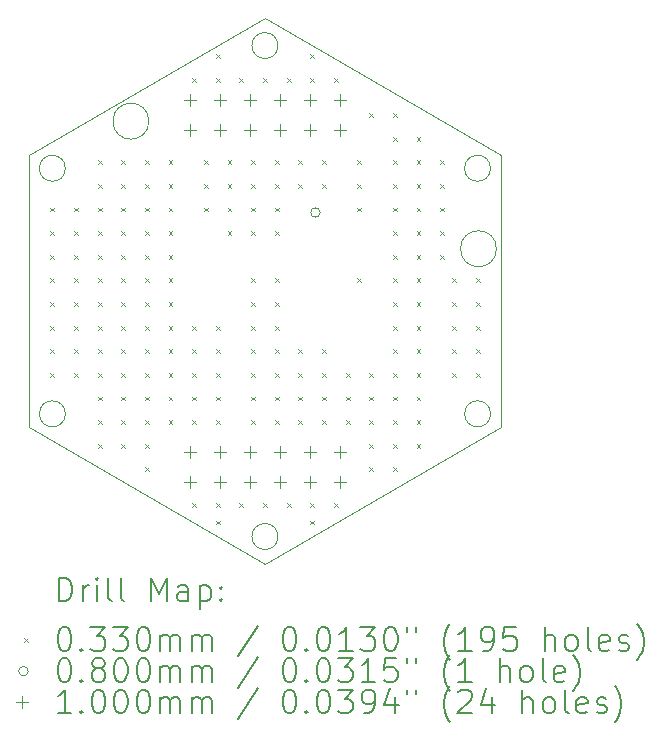
<source format=gbr>
%TF.GenerationSoftware,KiCad,Pcbnew,7.0.5*%
%TF.CreationDate,2024-01-26T22:43:13-05:00*%
%TF.ProjectId,SCD30_ADAPTER,53434433-305f-4414-9441-505445522e6b,rev?*%
%TF.SameCoordinates,Original*%
%TF.FileFunction,Drillmap*%
%TF.FilePolarity,Positive*%
%FSLAX45Y45*%
G04 Gerber Fmt 4.5, Leading zero omitted, Abs format (unit mm)*
G04 Created by KiCad (PCBNEW 7.0.5) date 2024-01-26 22:43:13*
%MOMM*%
%LPD*%
G01*
G04 APERTURE LIST*
%ADD10C,0.100000*%
%ADD11C,0.200000*%
%ADD12C,0.033020*%
%ADD13C,0.080000*%
G04 APERTURE END LIST*
D10*
X16926000Y-8971231D02*
G75*
G03*
X16926000Y-8971231I-110000J0D01*
G01*
X13016000Y-8855761D02*
X13016000Y-11165162D01*
X16926000Y-11049692D02*
G75*
G03*
X16926000Y-11049692I-110000J0D01*
G01*
X13016000Y-11165162D02*
X15016000Y-12319862D01*
X13326000Y-8971231D02*
G75*
G03*
X13326000Y-8971231I-110000J0D01*
G01*
X15016000Y-7701060D02*
X13016000Y-8855761D01*
X17016000Y-8855761D02*
X15016000Y-7701060D01*
X15126000Y-7932000D02*
G75*
G03*
X15126000Y-7932000I-110000J0D01*
G01*
X15126000Y-12088922D02*
G75*
G03*
X15126000Y-12088922I-110000J0D01*
G01*
X17016000Y-11165162D02*
X17016000Y-8855761D01*
X15016000Y-12319862D02*
X17016000Y-11165162D01*
X13326000Y-11049692D02*
G75*
G03*
X13326000Y-11049692I-110000J0D01*
G01*
X14033069Y-8571931D02*
G75*
G03*
X14033069Y-8571931I-152069J0D01*
G01*
X16976000Y-9652362D02*
G75*
G03*
X16976000Y-9652362I-152069J0D01*
G01*
D11*
D12*
X13199490Y-9303352D02*
X13232510Y-9336372D01*
X13232510Y-9303352D02*
X13199490Y-9336372D01*
X13199490Y-9503352D02*
X13232510Y-9536372D01*
X13232510Y-9503352D02*
X13199490Y-9536372D01*
X13199490Y-9703352D02*
X13232510Y-9736372D01*
X13232510Y-9703352D02*
X13199490Y-9736372D01*
X13199490Y-9903352D02*
X13232510Y-9936372D01*
X13232510Y-9903352D02*
X13199490Y-9936372D01*
X13199490Y-10103352D02*
X13232510Y-10136372D01*
X13232510Y-10103352D02*
X13199490Y-10136372D01*
X13199490Y-10303352D02*
X13232510Y-10336372D01*
X13232510Y-10303352D02*
X13199490Y-10336372D01*
X13199490Y-10503352D02*
X13232510Y-10536372D01*
X13232510Y-10503352D02*
X13199490Y-10536372D01*
X13199490Y-10703352D02*
X13232510Y-10736372D01*
X13232510Y-10703352D02*
X13199490Y-10736372D01*
X13399490Y-9303352D02*
X13432510Y-9336372D01*
X13432510Y-9303352D02*
X13399490Y-9336372D01*
X13399490Y-9503352D02*
X13432510Y-9536372D01*
X13432510Y-9503352D02*
X13399490Y-9536372D01*
X13399490Y-9703352D02*
X13432510Y-9736372D01*
X13432510Y-9703352D02*
X13399490Y-9736372D01*
X13399490Y-9903352D02*
X13432510Y-9936372D01*
X13432510Y-9903352D02*
X13399490Y-9936372D01*
X13399490Y-10103352D02*
X13432510Y-10136372D01*
X13432510Y-10103352D02*
X13399490Y-10136372D01*
X13399490Y-10303352D02*
X13432510Y-10336372D01*
X13432510Y-10303352D02*
X13399490Y-10336372D01*
X13399490Y-10503352D02*
X13432510Y-10536372D01*
X13432510Y-10503352D02*
X13399490Y-10536372D01*
X13399490Y-10703352D02*
X13432510Y-10736372D01*
X13432510Y-10703352D02*
X13399490Y-10736372D01*
X13599490Y-8903352D02*
X13632510Y-8936372D01*
X13632510Y-8903352D02*
X13599490Y-8936372D01*
X13599490Y-9103352D02*
X13632510Y-9136372D01*
X13632510Y-9103352D02*
X13599490Y-9136372D01*
X13599490Y-9303352D02*
X13632510Y-9336372D01*
X13632510Y-9303352D02*
X13599490Y-9336372D01*
X13599490Y-9503352D02*
X13632510Y-9536372D01*
X13632510Y-9503352D02*
X13599490Y-9536372D01*
X13599490Y-9703352D02*
X13632510Y-9736372D01*
X13632510Y-9703352D02*
X13599490Y-9736372D01*
X13599490Y-9903352D02*
X13632510Y-9936372D01*
X13632510Y-9903352D02*
X13599490Y-9936372D01*
X13599490Y-10103352D02*
X13632510Y-10136372D01*
X13632510Y-10103352D02*
X13599490Y-10136372D01*
X13599490Y-10303352D02*
X13632510Y-10336372D01*
X13632510Y-10303352D02*
X13599490Y-10336372D01*
X13599490Y-10503352D02*
X13632510Y-10536372D01*
X13632510Y-10503352D02*
X13599490Y-10536372D01*
X13599490Y-10703352D02*
X13632510Y-10736372D01*
X13632510Y-10703352D02*
X13599490Y-10736372D01*
X13599490Y-10903352D02*
X13632510Y-10936372D01*
X13632510Y-10903352D02*
X13599490Y-10936372D01*
X13599490Y-11103352D02*
X13632510Y-11136372D01*
X13632510Y-11103352D02*
X13599490Y-11136372D01*
X13599490Y-11303352D02*
X13632510Y-11336372D01*
X13632510Y-11303352D02*
X13599490Y-11336372D01*
X13799490Y-8903352D02*
X13832510Y-8936372D01*
X13832510Y-8903352D02*
X13799490Y-8936372D01*
X13799490Y-9103352D02*
X13832510Y-9136372D01*
X13832510Y-9103352D02*
X13799490Y-9136372D01*
X13799490Y-9303352D02*
X13832510Y-9336372D01*
X13832510Y-9303352D02*
X13799490Y-9336372D01*
X13799490Y-9503352D02*
X13832510Y-9536372D01*
X13832510Y-9503352D02*
X13799490Y-9536372D01*
X13799490Y-9703352D02*
X13832510Y-9736372D01*
X13832510Y-9703352D02*
X13799490Y-9736372D01*
X13799490Y-9903352D02*
X13832510Y-9936372D01*
X13832510Y-9903352D02*
X13799490Y-9936372D01*
X13799490Y-10103352D02*
X13832510Y-10136372D01*
X13832510Y-10103352D02*
X13799490Y-10136372D01*
X13799490Y-10303352D02*
X13832510Y-10336372D01*
X13832510Y-10303352D02*
X13799490Y-10336372D01*
X13799490Y-10503352D02*
X13832510Y-10536372D01*
X13832510Y-10503352D02*
X13799490Y-10536372D01*
X13799490Y-10703352D02*
X13832510Y-10736372D01*
X13832510Y-10703352D02*
X13799490Y-10736372D01*
X13799490Y-10903352D02*
X13832510Y-10936372D01*
X13832510Y-10903352D02*
X13799490Y-10936372D01*
X13799490Y-11103352D02*
X13832510Y-11136372D01*
X13832510Y-11103352D02*
X13799490Y-11136372D01*
X13799490Y-11303352D02*
X13832510Y-11336372D01*
X13832510Y-11303352D02*
X13799490Y-11336372D01*
X13999490Y-8903352D02*
X14032510Y-8936372D01*
X14032510Y-8903352D02*
X13999490Y-8936372D01*
X13999490Y-9103352D02*
X14032510Y-9136372D01*
X14032510Y-9103352D02*
X13999490Y-9136372D01*
X13999490Y-9303352D02*
X14032510Y-9336372D01*
X14032510Y-9303352D02*
X13999490Y-9336372D01*
X13999490Y-9503352D02*
X14032510Y-9536372D01*
X14032510Y-9503352D02*
X13999490Y-9536372D01*
X13999490Y-9703352D02*
X14032510Y-9736372D01*
X14032510Y-9703352D02*
X13999490Y-9736372D01*
X13999490Y-9903352D02*
X14032510Y-9936372D01*
X14032510Y-9903352D02*
X13999490Y-9936372D01*
X13999490Y-10103352D02*
X14032510Y-10136372D01*
X14032510Y-10103352D02*
X13999490Y-10136372D01*
X13999490Y-10303352D02*
X14032510Y-10336372D01*
X14032510Y-10303352D02*
X13999490Y-10336372D01*
X13999490Y-10503352D02*
X14032510Y-10536372D01*
X14032510Y-10503352D02*
X13999490Y-10536372D01*
X13999490Y-10703352D02*
X14032510Y-10736372D01*
X14032510Y-10703352D02*
X13999490Y-10736372D01*
X13999490Y-10903352D02*
X14032510Y-10936372D01*
X14032510Y-10903352D02*
X13999490Y-10936372D01*
X13999490Y-11103352D02*
X14032510Y-11136372D01*
X14032510Y-11103352D02*
X13999490Y-11136372D01*
X13999490Y-11303352D02*
X14032510Y-11336372D01*
X14032510Y-11303352D02*
X13999490Y-11336372D01*
X13999490Y-11503352D02*
X14032510Y-11536372D01*
X14032510Y-11503352D02*
X13999490Y-11536372D01*
X14199490Y-8903352D02*
X14232510Y-8936372D01*
X14232510Y-8903352D02*
X14199490Y-8936372D01*
X14199490Y-9103352D02*
X14232510Y-9136372D01*
X14232510Y-9103352D02*
X14199490Y-9136372D01*
X14199490Y-9303352D02*
X14232510Y-9336372D01*
X14232510Y-9303352D02*
X14199490Y-9336372D01*
X14199490Y-9503352D02*
X14232510Y-9536372D01*
X14232510Y-9503352D02*
X14199490Y-9536372D01*
X14199490Y-9703352D02*
X14232510Y-9736372D01*
X14232510Y-9703352D02*
X14199490Y-9736372D01*
X14199490Y-9903352D02*
X14232510Y-9936372D01*
X14232510Y-9903352D02*
X14199490Y-9936372D01*
X14199490Y-10103352D02*
X14232510Y-10136372D01*
X14232510Y-10103352D02*
X14199490Y-10136372D01*
X14199490Y-10303352D02*
X14232510Y-10336372D01*
X14232510Y-10303352D02*
X14199490Y-10336372D01*
X14199490Y-10503352D02*
X14232510Y-10536372D01*
X14232510Y-10503352D02*
X14199490Y-10536372D01*
X14199490Y-10703352D02*
X14232510Y-10736372D01*
X14232510Y-10703352D02*
X14199490Y-10736372D01*
X14199490Y-10903352D02*
X14232510Y-10936372D01*
X14232510Y-10903352D02*
X14199490Y-10936372D01*
X14199490Y-11103352D02*
X14232510Y-11136372D01*
X14232510Y-11103352D02*
X14199490Y-11136372D01*
X14399490Y-8203352D02*
X14432510Y-8236372D01*
X14432510Y-8203352D02*
X14399490Y-8236372D01*
X14399490Y-10303352D02*
X14432510Y-10336372D01*
X14432510Y-10303352D02*
X14399490Y-10336372D01*
X14399490Y-10503352D02*
X14432510Y-10536372D01*
X14432510Y-10503352D02*
X14399490Y-10536372D01*
X14399490Y-10703352D02*
X14432510Y-10736372D01*
X14432510Y-10703352D02*
X14399490Y-10736372D01*
X14399490Y-10903352D02*
X14432510Y-10936372D01*
X14432510Y-10903352D02*
X14399490Y-10936372D01*
X14399490Y-11103352D02*
X14432510Y-11136372D01*
X14432510Y-11103352D02*
X14399490Y-11136372D01*
X14399490Y-11803352D02*
X14432510Y-11836372D01*
X14432510Y-11803352D02*
X14399490Y-11836372D01*
X14499490Y-8903352D02*
X14532510Y-8936372D01*
X14532510Y-8903352D02*
X14499490Y-8936372D01*
X14499490Y-9103352D02*
X14532510Y-9136372D01*
X14532510Y-9103352D02*
X14499490Y-9136372D01*
X14499490Y-9303352D02*
X14532510Y-9336372D01*
X14532510Y-9303352D02*
X14499490Y-9336372D01*
X14599490Y-8003352D02*
X14632510Y-8036372D01*
X14632510Y-8003352D02*
X14599490Y-8036372D01*
X14599490Y-8203352D02*
X14632510Y-8236372D01*
X14632510Y-8203352D02*
X14599490Y-8236372D01*
X14599490Y-10303352D02*
X14632510Y-10336372D01*
X14632510Y-10303352D02*
X14599490Y-10336372D01*
X14599490Y-10503352D02*
X14632510Y-10536372D01*
X14632510Y-10503352D02*
X14599490Y-10536372D01*
X14599490Y-10703352D02*
X14632510Y-10736372D01*
X14632510Y-10703352D02*
X14599490Y-10736372D01*
X14599490Y-10903352D02*
X14632510Y-10936372D01*
X14632510Y-10903352D02*
X14599490Y-10936372D01*
X14599490Y-11103352D02*
X14632510Y-11136372D01*
X14632510Y-11103352D02*
X14599490Y-11136372D01*
X14599490Y-11803352D02*
X14632510Y-11836372D01*
X14632510Y-11803352D02*
X14599490Y-11836372D01*
X14599490Y-11953352D02*
X14632510Y-11986372D01*
X14632510Y-11953352D02*
X14599490Y-11986372D01*
X14699490Y-8903352D02*
X14732510Y-8936372D01*
X14732510Y-8903352D02*
X14699490Y-8936372D01*
X14699490Y-9103352D02*
X14732510Y-9136372D01*
X14732510Y-9103352D02*
X14699490Y-9136372D01*
X14699490Y-9303352D02*
X14732510Y-9336372D01*
X14732510Y-9303352D02*
X14699490Y-9336372D01*
X14699490Y-9503352D02*
X14732510Y-9536372D01*
X14732510Y-9503352D02*
X14699490Y-9536372D01*
X14799490Y-8203352D02*
X14832510Y-8236372D01*
X14832510Y-8203352D02*
X14799490Y-8236372D01*
X14799490Y-11803352D02*
X14832510Y-11836372D01*
X14832510Y-11803352D02*
X14799490Y-11836372D01*
X14899490Y-8903352D02*
X14932510Y-8936372D01*
X14932510Y-8903352D02*
X14899490Y-8936372D01*
X14899490Y-9103352D02*
X14932510Y-9136372D01*
X14932510Y-9103352D02*
X14899490Y-9136372D01*
X14899490Y-9303352D02*
X14932510Y-9336372D01*
X14932510Y-9303352D02*
X14899490Y-9336372D01*
X14899490Y-9503352D02*
X14932510Y-9536372D01*
X14932510Y-9503352D02*
X14899490Y-9536372D01*
X14899490Y-9903352D02*
X14932510Y-9936372D01*
X14932510Y-9903352D02*
X14899490Y-9936372D01*
X14899490Y-10103352D02*
X14932510Y-10136372D01*
X14932510Y-10103352D02*
X14899490Y-10136372D01*
X14899490Y-10303352D02*
X14932510Y-10336372D01*
X14932510Y-10303352D02*
X14899490Y-10336372D01*
X14899490Y-10503352D02*
X14932510Y-10536372D01*
X14932510Y-10503352D02*
X14899490Y-10536372D01*
X14899490Y-10703352D02*
X14932510Y-10736372D01*
X14932510Y-10703352D02*
X14899490Y-10736372D01*
X14899490Y-10903352D02*
X14932510Y-10936372D01*
X14932510Y-10903352D02*
X14899490Y-10936372D01*
X14899490Y-11103352D02*
X14932510Y-11136372D01*
X14932510Y-11103352D02*
X14899490Y-11136372D01*
X14999490Y-8203352D02*
X15032510Y-8236372D01*
X15032510Y-8203352D02*
X14999490Y-8236372D01*
X14999490Y-11803352D02*
X15032510Y-11836372D01*
X15032510Y-11803352D02*
X14999490Y-11836372D01*
X15099490Y-8903352D02*
X15132510Y-8936372D01*
X15132510Y-8903352D02*
X15099490Y-8936372D01*
X15099490Y-9103352D02*
X15132510Y-9136372D01*
X15132510Y-9103352D02*
X15099490Y-9136372D01*
X15099490Y-9303352D02*
X15132510Y-9336372D01*
X15132510Y-9303352D02*
X15099490Y-9336372D01*
X15099490Y-9503352D02*
X15132510Y-9536372D01*
X15132510Y-9503352D02*
X15099490Y-9536372D01*
X15099490Y-9903352D02*
X15132510Y-9936372D01*
X15132510Y-9903352D02*
X15099490Y-9936372D01*
X15099490Y-10103352D02*
X15132510Y-10136372D01*
X15132510Y-10103352D02*
X15099490Y-10136372D01*
X15099490Y-10303352D02*
X15132510Y-10336372D01*
X15132510Y-10303352D02*
X15099490Y-10336372D01*
X15099490Y-10503352D02*
X15132510Y-10536372D01*
X15132510Y-10503352D02*
X15099490Y-10536372D01*
X15099490Y-10703352D02*
X15132510Y-10736372D01*
X15132510Y-10703352D02*
X15099490Y-10736372D01*
X15099490Y-10903352D02*
X15132510Y-10936372D01*
X15132510Y-10903352D02*
X15099490Y-10936372D01*
X15099490Y-11103352D02*
X15132510Y-11136372D01*
X15132510Y-11103352D02*
X15099490Y-11136372D01*
X15199490Y-8203352D02*
X15232510Y-8236372D01*
X15232510Y-8203352D02*
X15199490Y-8236372D01*
X15199490Y-11803352D02*
X15232510Y-11836372D01*
X15232510Y-11803352D02*
X15199490Y-11836372D01*
X15299490Y-8903352D02*
X15332510Y-8936372D01*
X15332510Y-8903352D02*
X15299490Y-8936372D01*
X15299490Y-9103352D02*
X15332510Y-9136372D01*
X15332510Y-9103352D02*
X15299490Y-9136372D01*
X15299490Y-10503352D02*
X15332510Y-10536372D01*
X15332510Y-10503352D02*
X15299490Y-10536372D01*
X15299490Y-10703352D02*
X15332510Y-10736372D01*
X15332510Y-10703352D02*
X15299490Y-10736372D01*
X15299490Y-10903352D02*
X15332510Y-10936372D01*
X15332510Y-10903352D02*
X15299490Y-10936372D01*
X15299490Y-11103352D02*
X15332510Y-11136372D01*
X15332510Y-11103352D02*
X15299490Y-11136372D01*
X15399490Y-8003352D02*
X15432510Y-8036372D01*
X15432510Y-8003352D02*
X15399490Y-8036372D01*
X15399490Y-8203352D02*
X15432510Y-8236372D01*
X15432510Y-8203352D02*
X15399490Y-8236372D01*
X15399490Y-11803352D02*
X15432510Y-11836372D01*
X15432510Y-11803352D02*
X15399490Y-11836372D01*
X15399490Y-11953352D02*
X15432510Y-11986372D01*
X15432510Y-11953352D02*
X15399490Y-11986372D01*
X15499490Y-8903352D02*
X15532510Y-8936372D01*
X15532510Y-8903352D02*
X15499490Y-8936372D01*
X15499490Y-9103352D02*
X15532510Y-9136372D01*
X15532510Y-9103352D02*
X15499490Y-9136372D01*
X15499490Y-10503352D02*
X15532510Y-10536372D01*
X15532510Y-10503352D02*
X15499490Y-10536372D01*
X15499490Y-10703352D02*
X15532510Y-10736372D01*
X15532510Y-10703352D02*
X15499490Y-10736372D01*
X15499490Y-10903352D02*
X15532510Y-10936372D01*
X15532510Y-10903352D02*
X15499490Y-10936372D01*
X15499490Y-11103352D02*
X15532510Y-11136372D01*
X15532510Y-11103352D02*
X15499490Y-11136372D01*
X15599490Y-8203352D02*
X15632510Y-8236372D01*
X15632510Y-8203352D02*
X15599490Y-8236372D01*
X15599490Y-11803352D02*
X15632510Y-11836372D01*
X15632510Y-11803352D02*
X15599490Y-11836372D01*
X15699490Y-10703352D02*
X15732510Y-10736372D01*
X15732510Y-10703352D02*
X15699490Y-10736372D01*
X15699490Y-10903352D02*
X15732510Y-10936372D01*
X15732510Y-10903352D02*
X15699490Y-10936372D01*
X15699490Y-11103352D02*
X15732510Y-11136372D01*
X15732510Y-11103352D02*
X15699490Y-11136372D01*
X15799490Y-8903352D02*
X15832510Y-8936372D01*
X15832510Y-8903352D02*
X15799490Y-8936372D01*
X15799490Y-9103352D02*
X15832510Y-9136372D01*
X15832510Y-9103352D02*
X15799490Y-9136372D01*
X15799490Y-9303352D02*
X15832510Y-9336372D01*
X15832510Y-9303352D02*
X15799490Y-9336372D01*
X15799490Y-9903352D02*
X15832510Y-9936372D01*
X15832510Y-9903352D02*
X15799490Y-9936372D01*
X15899490Y-8503352D02*
X15932510Y-8536372D01*
X15932510Y-8503352D02*
X15899490Y-8536372D01*
X15899490Y-10703352D02*
X15932510Y-10736372D01*
X15932510Y-10703352D02*
X15899490Y-10736372D01*
X15899490Y-10903352D02*
X15932510Y-10936372D01*
X15932510Y-10903352D02*
X15899490Y-10936372D01*
X15899490Y-11103352D02*
X15932510Y-11136372D01*
X15932510Y-11103352D02*
X15899490Y-11136372D01*
X15899490Y-11303352D02*
X15932510Y-11336372D01*
X15932510Y-11303352D02*
X15899490Y-11336372D01*
X15899490Y-11503352D02*
X15932510Y-11536372D01*
X15932510Y-11503352D02*
X15899490Y-11536372D01*
X16099490Y-8503352D02*
X16132510Y-8536372D01*
X16132510Y-8503352D02*
X16099490Y-8536372D01*
X16099490Y-8703352D02*
X16132510Y-8736372D01*
X16132510Y-8703352D02*
X16099490Y-8736372D01*
X16099490Y-8903352D02*
X16132510Y-8936372D01*
X16132510Y-8903352D02*
X16099490Y-8936372D01*
X16099490Y-9103352D02*
X16132510Y-9136372D01*
X16132510Y-9103352D02*
X16099490Y-9136372D01*
X16099490Y-9303352D02*
X16132510Y-9336372D01*
X16132510Y-9303352D02*
X16099490Y-9336372D01*
X16099490Y-9503352D02*
X16132510Y-9536372D01*
X16132510Y-9503352D02*
X16099490Y-9536372D01*
X16099490Y-9703352D02*
X16132510Y-9736372D01*
X16132510Y-9703352D02*
X16099490Y-9736372D01*
X16099490Y-9903352D02*
X16132510Y-9936372D01*
X16132510Y-9903352D02*
X16099490Y-9936372D01*
X16099490Y-10103352D02*
X16132510Y-10136372D01*
X16132510Y-10103352D02*
X16099490Y-10136372D01*
X16099490Y-10303352D02*
X16132510Y-10336372D01*
X16132510Y-10303352D02*
X16099490Y-10336372D01*
X16099490Y-10503352D02*
X16132510Y-10536372D01*
X16132510Y-10503352D02*
X16099490Y-10536372D01*
X16099490Y-10703352D02*
X16132510Y-10736372D01*
X16132510Y-10703352D02*
X16099490Y-10736372D01*
X16099490Y-10903352D02*
X16132510Y-10936372D01*
X16132510Y-10903352D02*
X16099490Y-10936372D01*
X16099490Y-11103352D02*
X16132510Y-11136372D01*
X16132510Y-11103352D02*
X16099490Y-11136372D01*
X16099490Y-11303352D02*
X16132510Y-11336372D01*
X16132510Y-11303352D02*
X16099490Y-11336372D01*
X16099490Y-11503352D02*
X16132510Y-11536372D01*
X16132510Y-11503352D02*
X16099490Y-11536372D01*
X16299490Y-8703352D02*
X16332510Y-8736372D01*
X16332510Y-8703352D02*
X16299490Y-8736372D01*
X16299490Y-8903352D02*
X16332510Y-8936372D01*
X16332510Y-8903352D02*
X16299490Y-8936372D01*
X16299490Y-9103352D02*
X16332510Y-9136372D01*
X16332510Y-9103352D02*
X16299490Y-9136372D01*
X16299490Y-9303352D02*
X16332510Y-9336372D01*
X16332510Y-9303352D02*
X16299490Y-9336372D01*
X16299490Y-9503352D02*
X16332510Y-9536372D01*
X16332510Y-9503352D02*
X16299490Y-9536372D01*
X16299490Y-9703352D02*
X16332510Y-9736372D01*
X16332510Y-9703352D02*
X16299490Y-9736372D01*
X16299490Y-9903352D02*
X16332510Y-9936372D01*
X16332510Y-9903352D02*
X16299490Y-9936372D01*
X16299490Y-10103352D02*
X16332510Y-10136372D01*
X16332510Y-10103352D02*
X16299490Y-10136372D01*
X16299490Y-10303352D02*
X16332510Y-10336372D01*
X16332510Y-10303352D02*
X16299490Y-10336372D01*
X16299490Y-10503352D02*
X16332510Y-10536372D01*
X16332510Y-10503352D02*
X16299490Y-10536372D01*
X16299490Y-10703352D02*
X16332510Y-10736372D01*
X16332510Y-10703352D02*
X16299490Y-10736372D01*
X16299490Y-10903352D02*
X16332510Y-10936372D01*
X16332510Y-10903352D02*
X16299490Y-10936372D01*
X16299490Y-11103352D02*
X16332510Y-11136372D01*
X16332510Y-11103352D02*
X16299490Y-11136372D01*
X16299490Y-11303352D02*
X16332510Y-11336372D01*
X16332510Y-11303352D02*
X16299490Y-11336372D01*
X16499490Y-8903352D02*
X16532510Y-8936372D01*
X16532510Y-8903352D02*
X16499490Y-8936372D01*
X16499490Y-9103352D02*
X16532510Y-9136372D01*
X16532510Y-9103352D02*
X16499490Y-9136372D01*
X16499490Y-9303352D02*
X16532510Y-9336372D01*
X16532510Y-9303352D02*
X16499490Y-9336372D01*
X16499490Y-9503352D02*
X16532510Y-9536372D01*
X16532510Y-9503352D02*
X16499490Y-9536372D01*
X16499490Y-9703352D02*
X16532510Y-9736372D01*
X16532510Y-9703352D02*
X16499490Y-9736372D01*
X16599490Y-9903352D02*
X16632510Y-9936372D01*
X16632510Y-9903352D02*
X16599490Y-9936372D01*
X16599490Y-10103352D02*
X16632510Y-10136372D01*
X16632510Y-10103352D02*
X16599490Y-10136372D01*
X16599490Y-10303352D02*
X16632510Y-10336372D01*
X16632510Y-10303352D02*
X16599490Y-10336372D01*
X16599490Y-10503352D02*
X16632510Y-10536372D01*
X16632510Y-10503352D02*
X16599490Y-10536372D01*
X16599490Y-10703352D02*
X16632510Y-10736372D01*
X16632510Y-10703352D02*
X16599490Y-10736372D01*
X16799490Y-9903352D02*
X16832510Y-9936372D01*
X16832510Y-9903352D02*
X16799490Y-9936372D01*
X16799490Y-10103352D02*
X16832510Y-10136372D01*
X16832510Y-10103352D02*
X16799490Y-10136372D01*
X16799490Y-10303352D02*
X16832510Y-10336372D01*
X16832510Y-10303352D02*
X16799490Y-10336372D01*
X16799490Y-10503352D02*
X16832510Y-10536372D01*
X16832510Y-10503352D02*
X16799490Y-10536372D01*
X16799490Y-10703352D02*
X16832510Y-10736372D01*
X16832510Y-10703352D02*
X16799490Y-10736372D01*
D13*
X15483000Y-9344862D02*
G75*
G03*
X15483000Y-9344862I-40000J0D01*
G01*
D10*
X14381000Y-8342560D02*
X14381000Y-8442560D01*
X14331000Y-8392560D02*
X14431000Y-8392560D01*
X14381000Y-8596560D02*
X14381000Y-8696560D01*
X14331000Y-8646560D02*
X14431000Y-8646560D01*
X14381000Y-11324362D02*
X14381000Y-11424362D01*
X14331000Y-11374362D02*
X14431000Y-11374362D01*
X14381000Y-11578362D02*
X14381000Y-11678362D01*
X14331000Y-11628362D02*
X14431000Y-11628362D01*
X14635000Y-8342560D02*
X14635000Y-8442560D01*
X14585000Y-8392560D02*
X14685000Y-8392560D01*
X14635000Y-8596560D02*
X14635000Y-8696560D01*
X14585000Y-8646560D02*
X14685000Y-8646560D01*
X14635000Y-11324362D02*
X14635000Y-11424362D01*
X14585000Y-11374362D02*
X14685000Y-11374362D01*
X14635000Y-11578362D02*
X14635000Y-11678362D01*
X14585000Y-11628362D02*
X14685000Y-11628362D01*
X14889000Y-8342560D02*
X14889000Y-8442560D01*
X14839000Y-8392560D02*
X14939000Y-8392560D01*
X14889000Y-8596560D02*
X14889000Y-8696560D01*
X14839000Y-8646560D02*
X14939000Y-8646560D01*
X14889000Y-11324362D02*
X14889000Y-11424362D01*
X14839000Y-11374362D02*
X14939000Y-11374362D01*
X14889000Y-11578362D02*
X14889000Y-11678362D01*
X14839000Y-11628362D02*
X14939000Y-11628362D01*
X15143000Y-8342560D02*
X15143000Y-8442560D01*
X15093000Y-8392560D02*
X15193000Y-8392560D01*
X15143000Y-8596560D02*
X15143000Y-8696560D01*
X15093000Y-8646560D02*
X15193000Y-8646560D01*
X15143000Y-11324362D02*
X15143000Y-11424362D01*
X15093000Y-11374362D02*
X15193000Y-11374362D01*
X15143000Y-11578362D02*
X15143000Y-11678362D01*
X15093000Y-11628362D02*
X15193000Y-11628362D01*
X15397000Y-8342560D02*
X15397000Y-8442560D01*
X15347000Y-8392560D02*
X15447000Y-8392560D01*
X15397000Y-8596560D02*
X15397000Y-8696560D01*
X15347000Y-8646560D02*
X15447000Y-8646560D01*
X15397000Y-11324362D02*
X15397000Y-11424362D01*
X15347000Y-11374362D02*
X15447000Y-11374362D01*
X15397000Y-11578362D02*
X15397000Y-11678362D01*
X15347000Y-11628362D02*
X15447000Y-11628362D01*
X15651000Y-8342560D02*
X15651000Y-8442560D01*
X15601000Y-8392560D02*
X15701000Y-8392560D01*
X15651000Y-8596560D02*
X15651000Y-8696560D01*
X15601000Y-8646560D02*
X15701000Y-8646560D01*
X15651000Y-11324362D02*
X15651000Y-11424362D01*
X15601000Y-11374362D02*
X15701000Y-11374362D01*
X15651000Y-11578362D02*
X15651000Y-11678362D01*
X15601000Y-11628362D02*
X15701000Y-11628362D01*
D11*
X13271777Y-12636346D02*
X13271777Y-12436346D01*
X13271777Y-12436346D02*
X13319396Y-12436346D01*
X13319396Y-12436346D02*
X13347967Y-12445870D01*
X13347967Y-12445870D02*
X13367015Y-12464917D01*
X13367015Y-12464917D02*
X13376539Y-12483965D01*
X13376539Y-12483965D02*
X13386062Y-12522060D01*
X13386062Y-12522060D02*
X13386062Y-12550632D01*
X13386062Y-12550632D02*
X13376539Y-12588727D01*
X13376539Y-12588727D02*
X13367015Y-12607774D01*
X13367015Y-12607774D02*
X13347967Y-12626822D01*
X13347967Y-12626822D02*
X13319396Y-12636346D01*
X13319396Y-12636346D02*
X13271777Y-12636346D01*
X13471777Y-12636346D02*
X13471777Y-12503012D01*
X13471777Y-12541108D02*
X13481301Y-12522060D01*
X13481301Y-12522060D02*
X13490824Y-12512536D01*
X13490824Y-12512536D02*
X13509872Y-12503012D01*
X13509872Y-12503012D02*
X13528920Y-12503012D01*
X13595586Y-12636346D02*
X13595586Y-12503012D01*
X13595586Y-12436346D02*
X13586062Y-12445870D01*
X13586062Y-12445870D02*
X13595586Y-12455393D01*
X13595586Y-12455393D02*
X13605110Y-12445870D01*
X13605110Y-12445870D02*
X13595586Y-12436346D01*
X13595586Y-12436346D02*
X13595586Y-12455393D01*
X13719396Y-12636346D02*
X13700348Y-12626822D01*
X13700348Y-12626822D02*
X13690824Y-12607774D01*
X13690824Y-12607774D02*
X13690824Y-12436346D01*
X13824158Y-12636346D02*
X13805110Y-12626822D01*
X13805110Y-12626822D02*
X13795586Y-12607774D01*
X13795586Y-12607774D02*
X13795586Y-12436346D01*
X14052729Y-12636346D02*
X14052729Y-12436346D01*
X14052729Y-12436346D02*
X14119396Y-12579203D01*
X14119396Y-12579203D02*
X14186062Y-12436346D01*
X14186062Y-12436346D02*
X14186062Y-12636346D01*
X14367015Y-12636346D02*
X14367015Y-12531584D01*
X14367015Y-12531584D02*
X14357491Y-12512536D01*
X14357491Y-12512536D02*
X14338443Y-12503012D01*
X14338443Y-12503012D02*
X14300348Y-12503012D01*
X14300348Y-12503012D02*
X14281301Y-12512536D01*
X14367015Y-12626822D02*
X14347967Y-12636346D01*
X14347967Y-12636346D02*
X14300348Y-12636346D01*
X14300348Y-12636346D02*
X14281301Y-12626822D01*
X14281301Y-12626822D02*
X14271777Y-12607774D01*
X14271777Y-12607774D02*
X14271777Y-12588727D01*
X14271777Y-12588727D02*
X14281301Y-12569679D01*
X14281301Y-12569679D02*
X14300348Y-12560155D01*
X14300348Y-12560155D02*
X14347967Y-12560155D01*
X14347967Y-12560155D02*
X14367015Y-12550632D01*
X14462253Y-12503012D02*
X14462253Y-12703012D01*
X14462253Y-12512536D02*
X14481301Y-12503012D01*
X14481301Y-12503012D02*
X14519396Y-12503012D01*
X14519396Y-12503012D02*
X14538443Y-12512536D01*
X14538443Y-12512536D02*
X14547967Y-12522060D01*
X14547967Y-12522060D02*
X14557491Y-12541108D01*
X14557491Y-12541108D02*
X14557491Y-12598251D01*
X14557491Y-12598251D02*
X14547967Y-12617298D01*
X14547967Y-12617298D02*
X14538443Y-12626822D01*
X14538443Y-12626822D02*
X14519396Y-12636346D01*
X14519396Y-12636346D02*
X14481301Y-12636346D01*
X14481301Y-12636346D02*
X14462253Y-12626822D01*
X14643205Y-12617298D02*
X14652729Y-12626822D01*
X14652729Y-12626822D02*
X14643205Y-12636346D01*
X14643205Y-12636346D02*
X14633682Y-12626822D01*
X14633682Y-12626822D02*
X14643205Y-12617298D01*
X14643205Y-12617298D02*
X14643205Y-12636346D01*
X14643205Y-12512536D02*
X14652729Y-12522060D01*
X14652729Y-12522060D02*
X14643205Y-12531584D01*
X14643205Y-12531584D02*
X14633682Y-12522060D01*
X14633682Y-12522060D02*
X14643205Y-12512536D01*
X14643205Y-12512536D02*
X14643205Y-12531584D01*
D12*
X12977980Y-12948352D02*
X13011000Y-12981372D01*
X13011000Y-12948352D02*
X12977980Y-12981372D01*
D11*
X13309872Y-12856346D02*
X13328920Y-12856346D01*
X13328920Y-12856346D02*
X13347967Y-12865870D01*
X13347967Y-12865870D02*
X13357491Y-12875393D01*
X13357491Y-12875393D02*
X13367015Y-12894441D01*
X13367015Y-12894441D02*
X13376539Y-12932536D01*
X13376539Y-12932536D02*
X13376539Y-12980155D01*
X13376539Y-12980155D02*
X13367015Y-13018251D01*
X13367015Y-13018251D02*
X13357491Y-13037298D01*
X13357491Y-13037298D02*
X13347967Y-13046822D01*
X13347967Y-13046822D02*
X13328920Y-13056346D01*
X13328920Y-13056346D02*
X13309872Y-13056346D01*
X13309872Y-13056346D02*
X13290824Y-13046822D01*
X13290824Y-13046822D02*
X13281301Y-13037298D01*
X13281301Y-13037298D02*
X13271777Y-13018251D01*
X13271777Y-13018251D02*
X13262253Y-12980155D01*
X13262253Y-12980155D02*
X13262253Y-12932536D01*
X13262253Y-12932536D02*
X13271777Y-12894441D01*
X13271777Y-12894441D02*
X13281301Y-12875393D01*
X13281301Y-12875393D02*
X13290824Y-12865870D01*
X13290824Y-12865870D02*
X13309872Y-12856346D01*
X13462253Y-13037298D02*
X13471777Y-13046822D01*
X13471777Y-13046822D02*
X13462253Y-13056346D01*
X13462253Y-13056346D02*
X13452729Y-13046822D01*
X13452729Y-13046822D02*
X13462253Y-13037298D01*
X13462253Y-13037298D02*
X13462253Y-13056346D01*
X13538443Y-12856346D02*
X13662253Y-12856346D01*
X13662253Y-12856346D02*
X13595586Y-12932536D01*
X13595586Y-12932536D02*
X13624158Y-12932536D01*
X13624158Y-12932536D02*
X13643205Y-12942060D01*
X13643205Y-12942060D02*
X13652729Y-12951584D01*
X13652729Y-12951584D02*
X13662253Y-12970632D01*
X13662253Y-12970632D02*
X13662253Y-13018251D01*
X13662253Y-13018251D02*
X13652729Y-13037298D01*
X13652729Y-13037298D02*
X13643205Y-13046822D01*
X13643205Y-13046822D02*
X13624158Y-13056346D01*
X13624158Y-13056346D02*
X13567015Y-13056346D01*
X13567015Y-13056346D02*
X13547967Y-13046822D01*
X13547967Y-13046822D02*
X13538443Y-13037298D01*
X13728920Y-12856346D02*
X13852729Y-12856346D01*
X13852729Y-12856346D02*
X13786062Y-12932536D01*
X13786062Y-12932536D02*
X13814634Y-12932536D01*
X13814634Y-12932536D02*
X13833682Y-12942060D01*
X13833682Y-12942060D02*
X13843205Y-12951584D01*
X13843205Y-12951584D02*
X13852729Y-12970632D01*
X13852729Y-12970632D02*
X13852729Y-13018251D01*
X13852729Y-13018251D02*
X13843205Y-13037298D01*
X13843205Y-13037298D02*
X13833682Y-13046822D01*
X13833682Y-13046822D02*
X13814634Y-13056346D01*
X13814634Y-13056346D02*
X13757491Y-13056346D01*
X13757491Y-13056346D02*
X13738443Y-13046822D01*
X13738443Y-13046822D02*
X13728920Y-13037298D01*
X13976539Y-12856346D02*
X13995586Y-12856346D01*
X13995586Y-12856346D02*
X14014634Y-12865870D01*
X14014634Y-12865870D02*
X14024158Y-12875393D01*
X14024158Y-12875393D02*
X14033682Y-12894441D01*
X14033682Y-12894441D02*
X14043205Y-12932536D01*
X14043205Y-12932536D02*
X14043205Y-12980155D01*
X14043205Y-12980155D02*
X14033682Y-13018251D01*
X14033682Y-13018251D02*
X14024158Y-13037298D01*
X14024158Y-13037298D02*
X14014634Y-13046822D01*
X14014634Y-13046822D02*
X13995586Y-13056346D01*
X13995586Y-13056346D02*
X13976539Y-13056346D01*
X13976539Y-13056346D02*
X13957491Y-13046822D01*
X13957491Y-13046822D02*
X13947967Y-13037298D01*
X13947967Y-13037298D02*
X13938443Y-13018251D01*
X13938443Y-13018251D02*
X13928920Y-12980155D01*
X13928920Y-12980155D02*
X13928920Y-12932536D01*
X13928920Y-12932536D02*
X13938443Y-12894441D01*
X13938443Y-12894441D02*
X13947967Y-12875393D01*
X13947967Y-12875393D02*
X13957491Y-12865870D01*
X13957491Y-12865870D02*
X13976539Y-12856346D01*
X14128920Y-13056346D02*
X14128920Y-12923012D01*
X14128920Y-12942060D02*
X14138443Y-12932536D01*
X14138443Y-12932536D02*
X14157491Y-12923012D01*
X14157491Y-12923012D02*
X14186063Y-12923012D01*
X14186063Y-12923012D02*
X14205110Y-12932536D01*
X14205110Y-12932536D02*
X14214634Y-12951584D01*
X14214634Y-12951584D02*
X14214634Y-13056346D01*
X14214634Y-12951584D02*
X14224158Y-12932536D01*
X14224158Y-12932536D02*
X14243205Y-12923012D01*
X14243205Y-12923012D02*
X14271777Y-12923012D01*
X14271777Y-12923012D02*
X14290824Y-12932536D01*
X14290824Y-12932536D02*
X14300348Y-12951584D01*
X14300348Y-12951584D02*
X14300348Y-13056346D01*
X14395586Y-13056346D02*
X14395586Y-12923012D01*
X14395586Y-12942060D02*
X14405110Y-12932536D01*
X14405110Y-12932536D02*
X14424158Y-12923012D01*
X14424158Y-12923012D02*
X14452729Y-12923012D01*
X14452729Y-12923012D02*
X14471777Y-12932536D01*
X14471777Y-12932536D02*
X14481301Y-12951584D01*
X14481301Y-12951584D02*
X14481301Y-13056346D01*
X14481301Y-12951584D02*
X14490824Y-12932536D01*
X14490824Y-12932536D02*
X14509872Y-12923012D01*
X14509872Y-12923012D02*
X14538443Y-12923012D01*
X14538443Y-12923012D02*
X14557491Y-12932536D01*
X14557491Y-12932536D02*
X14567015Y-12951584D01*
X14567015Y-12951584D02*
X14567015Y-13056346D01*
X14957491Y-12846822D02*
X14786063Y-13103965D01*
X15214634Y-12856346D02*
X15233682Y-12856346D01*
X15233682Y-12856346D02*
X15252729Y-12865870D01*
X15252729Y-12865870D02*
X15262253Y-12875393D01*
X15262253Y-12875393D02*
X15271777Y-12894441D01*
X15271777Y-12894441D02*
X15281301Y-12932536D01*
X15281301Y-12932536D02*
X15281301Y-12980155D01*
X15281301Y-12980155D02*
X15271777Y-13018251D01*
X15271777Y-13018251D02*
X15262253Y-13037298D01*
X15262253Y-13037298D02*
X15252729Y-13046822D01*
X15252729Y-13046822D02*
X15233682Y-13056346D01*
X15233682Y-13056346D02*
X15214634Y-13056346D01*
X15214634Y-13056346D02*
X15195586Y-13046822D01*
X15195586Y-13046822D02*
X15186063Y-13037298D01*
X15186063Y-13037298D02*
X15176539Y-13018251D01*
X15176539Y-13018251D02*
X15167015Y-12980155D01*
X15167015Y-12980155D02*
X15167015Y-12932536D01*
X15167015Y-12932536D02*
X15176539Y-12894441D01*
X15176539Y-12894441D02*
X15186063Y-12875393D01*
X15186063Y-12875393D02*
X15195586Y-12865870D01*
X15195586Y-12865870D02*
X15214634Y-12856346D01*
X15367015Y-13037298D02*
X15376539Y-13046822D01*
X15376539Y-13046822D02*
X15367015Y-13056346D01*
X15367015Y-13056346D02*
X15357491Y-13046822D01*
X15357491Y-13046822D02*
X15367015Y-13037298D01*
X15367015Y-13037298D02*
X15367015Y-13056346D01*
X15500348Y-12856346D02*
X15519396Y-12856346D01*
X15519396Y-12856346D02*
X15538444Y-12865870D01*
X15538444Y-12865870D02*
X15547967Y-12875393D01*
X15547967Y-12875393D02*
X15557491Y-12894441D01*
X15557491Y-12894441D02*
X15567015Y-12932536D01*
X15567015Y-12932536D02*
X15567015Y-12980155D01*
X15567015Y-12980155D02*
X15557491Y-13018251D01*
X15557491Y-13018251D02*
X15547967Y-13037298D01*
X15547967Y-13037298D02*
X15538444Y-13046822D01*
X15538444Y-13046822D02*
X15519396Y-13056346D01*
X15519396Y-13056346D02*
X15500348Y-13056346D01*
X15500348Y-13056346D02*
X15481301Y-13046822D01*
X15481301Y-13046822D02*
X15471777Y-13037298D01*
X15471777Y-13037298D02*
X15462253Y-13018251D01*
X15462253Y-13018251D02*
X15452729Y-12980155D01*
X15452729Y-12980155D02*
X15452729Y-12932536D01*
X15452729Y-12932536D02*
X15462253Y-12894441D01*
X15462253Y-12894441D02*
X15471777Y-12875393D01*
X15471777Y-12875393D02*
X15481301Y-12865870D01*
X15481301Y-12865870D02*
X15500348Y-12856346D01*
X15757491Y-13056346D02*
X15643206Y-13056346D01*
X15700348Y-13056346D02*
X15700348Y-12856346D01*
X15700348Y-12856346D02*
X15681301Y-12884917D01*
X15681301Y-12884917D02*
X15662253Y-12903965D01*
X15662253Y-12903965D02*
X15643206Y-12913489D01*
X15824158Y-12856346D02*
X15947967Y-12856346D01*
X15947967Y-12856346D02*
X15881301Y-12932536D01*
X15881301Y-12932536D02*
X15909872Y-12932536D01*
X15909872Y-12932536D02*
X15928920Y-12942060D01*
X15928920Y-12942060D02*
X15938444Y-12951584D01*
X15938444Y-12951584D02*
X15947967Y-12970632D01*
X15947967Y-12970632D02*
X15947967Y-13018251D01*
X15947967Y-13018251D02*
X15938444Y-13037298D01*
X15938444Y-13037298D02*
X15928920Y-13046822D01*
X15928920Y-13046822D02*
X15909872Y-13056346D01*
X15909872Y-13056346D02*
X15852729Y-13056346D01*
X15852729Y-13056346D02*
X15833682Y-13046822D01*
X15833682Y-13046822D02*
X15824158Y-13037298D01*
X16071777Y-12856346D02*
X16090825Y-12856346D01*
X16090825Y-12856346D02*
X16109872Y-12865870D01*
X16109872Y-12865870D02*
X16119396Y-12875393D01*
X16119396Y-12875393D02*
X16128920Y-12894441D01*
X16128920Y-12894441D02*
X16138444Y-12932536D01*
X16138444Y-12932536D02*
X16138444Y-12980155D01*
X16138444Y-12980155D02*
X16128920Y-13018251D01*
X16128920Y-13018251D02*
X16119396Y-13037298D01*
X16119396Y-13037298D02*
X16109872Y-13046822D01*
X16109872Y-13046822D02*
X16090825Y-13056346D01*
X16090825Y-13056346D02*
X16071777Y-13056346D01*
X16071777Y-13056346D02*
X16052729Y-13046822D01*
X16052729Y-13046822D02*
X16043206Y-13037298D01*
X16043206Y-13037298D02*
X16033682Y-13018251D01*
X16033682Y-13018251D02*
X16024158Y-12980155D01*
X16024158Y-12980155D02*
X16024158Y-12932536D01*
X16024158Y-12932536D02*
X16033682Y-12894441D01*
X16033682Y-12894441D02*
X16043206Y-12875393D01*
X16043206Y-12875393D02*
X16052729Y-12865870D01*
X16052729Y-12865870D02*
X16071777Y-12856346D01*
X16214634Y-12856346D02*
X16214634Y-12894441D01*
X16290825Y-12856346D02*
X16290825Y-12894441D01*
X16586063Y-13132536D02*
X16576539Y-13123012D01*
X16576539Y-13123012D02*
X16557491Y-13094441D01*
X16557491Y-13094441D02*
X16547968Y-13075393D01*
X16547968Y-13075393D02*
X16538444Y-13046822D01*
X16538444Y-13046822D02*
X16528920Y-12999203D01*
X16528920Y-12999203D02*
X16528920Y-12961108D01*
X16528920Y-12961108D02*
X16538444Y-12913489D01*
X16538444Y-12913489D02*
X16547968Y-12884917D01*
X16547968Y-12884917D02*
X16557491Y-12865870D01*
X16557491Y-12865870D02*
X16576539Y-12837298D01*
X16576539Y-12837298D02*
X16586063Y-12827774D01*
X16767015Y-13056346D02*
X16652729Y-13056346D01*
X16709872Y-13056346D02*
X16709872Y-12856346D01*
X16709872Y-12856346D02*
X16690825Y-12884917D01*
X16690825Y-12884917D02*
X16671777Y-12903965D01*
X16671777Y-12903965D02*
X16652729Y-12913489D01*
X16862253Y-13056346D02*
X16900349Y-13056346D01*
X16900349Y-13056346D02*
X16919396Y-13046822D01*
X16919396Y-13046822D02*
X16928920Y-13037298D01*
X16928920Y-13037298D02*
X16947968Y-13008727D01*
X16947968Y-13008727D02*
X16957491Y-12970632D01*
X16957491Y-12970632D02*
X16957491Y-12894441D01*
X16957491Y-12894441D02*
X16947968Y-12875393D01*
X16947968Y-12875393D02*
X16938444Y-12865870D01*
X16938444Y-12865870D02*
X16919396Y-12856346D01*
X16919396Y-12856346D02*
X16881301Y-12856346D01*
X16881301Y-12856346D02*
X16862253Y-12865870D01*
X16862253Y-12865870D02*
X16852730Y-12875393D01*
X16852730Y-12875393D02*
X16843206Y-12894441D01*
X16843206Y-12894441D02*
X16843206Y-12942060D01*
X16843206Y-12942060D02*
X16852730Y-12961108D01*
X16852730Y-12961108D02*
X16862253Y-12970632D01*
X16862253Y-12970632D02*
X16881301Y-12980155D01*
X16881301Y-12980155D02*
X16919396Y-12980155D01*
X16919396Y-12980155D02*
X16938444Y-12970632D01*
X16938444Y-12970632D02*
X16947968Y-12961108D01*
X16947968Y-12961108D02*
X16957491Y-12942060D01*
X17138444Y-12856346D02*
X17043206Y-12856346D01*
X17043206Y-12856346D02*
X17033682Y-12951584D01*
X17033682Y-12951584D02*
X17043206Y-12942060D01*
X17043206Y-12942060D02*
X17062253Y-12932536D01*
X17062253Y-12932536D02*
X17109872Y-12932536D01*
X17109872Y-12932536D02*
X17128920Y-12942060D01*
X17128920Y-12942060D02*
X17138444Y-12951584D01*
X17138444Y-12951584D02*
X17147968Y-12970632D01*
X17147968Y-12970632D02*
X17147968Y-13018251D01*
X17147968Y-13018251D02*
X17138444Y-13037298D01*
X17138444Y-13037298D02*
X17128920Y-13046822D01*
X17128920Y-13046822D02*
X17109872Y-13056346D01*
X17109872Y-13056346D02*
X17062253Y-13056346D01*
X17062253Y-13056346D02*
X17043206Y-13046822D01*
X17043206Y-13046822D02*
X17033682Y-13037298D01*
X17386063Y-13056346D02*
X17386063Y-12856346D01*
X17471777Y-13056346D02*
X17471777Y-12951584D01*
X17471777Y-12951584D02*
X17462253Y-12932536D01*
X17462253Y-12932536D02*
X17443206Y-12923012D01*
X17443206Y-12923012D02*
X17414634Y-12923012D01*
X17414634Y-12923012D02*
X17395587Y-12932536D01*
X17395587Y-12932536D02*
X17386063Y-12942060D01*
X17595587Y-13056346D02*
X17576539Y-13046822D01*
X17576539Y-13046822D02*
X17567015Y-13037298D01*
X17567015Y-13037298D02*
X17557492Y-13018251D01*
X17557492Y-13018251D02*
X17557492Y-12961108D01*
X17557492Y-12961108D02*
X17567015Y-12942060D01*
X17567015Y-12942060D02*
X17576539Y-12932536D01*
X17576539Y-12932536D02*
X17595587Y-12923012D01*
X17595587Y-12923012D02*
X17624158Y-12923012D01*
X17624158Y-12923012D02*
X17643206Y-12932536D01*
X17643206Y-12932536D02*
X17652730Y-12942060D01*
X17652730Y-12942060D02*
X17662253Y-12961108D01*
X17662253Y-12961108D02*
X17662253Y-13018251D01*
X17662253Y-13018251D02*
X17652730Y-13037298D01*
X17652730Y-13037298D02*
X17643206Y-13046822D01*
X17643206Y-13046822D02*
X17624158Y-13056346D01*
X17624158Y-13056346D02*
X17595587Y-13056346D01*
X17776539Y-13056346D02*
X17757492Y-13046822D01*
X17757492Y-13046822D02*
X17747968Y-13027774D01*
X17747968Y-13027774D02*
X17747968Y-12856346D01*
X17928920Y-13046822D02*
X17909873Y-13056346D01*
X17909873Y-13056346D02*
X17871777Y-13056346D01*
X17871777Y-13056346D02*
X17852730Y-13046822D01*
X17852730Y-13046822D02*
X17843206Y-13027774D01*
X17843206Y-13027774D02*
X17843206Y-12951584D01*
X17843206Y-12951584D02*
X17852730Y-12932536D01*
X17852730Y-12932536D02*
X17871777Y-12923012D01*
X17871777Y-12923012D02*
X17909873Y-12923012D01*
X17909873Y-12923012D02*
X17928920Y-12932536D01*
X17928920Y-12932536D02*
X17938444Y-12951584D01*
X17938444Y-12951584D02*
X17938444Y-12970632D01*
X17938444Y-12970632D02*
X17843206Y-12989679D01*
X18014634Y-13046822D02*
X18033682Y-13056346D01*
X18033682Y-13056346D02*
X18071777Y-13056346D01*
X18071777Y-13056346D02*
X18090825Y-13046822D01*
X18090825Y-13046822D02*
X18100349Y-13027774D01*
X18100349Y-13027774D02*
X18100349Y-13018251D01*
X18100349Y-13018251D02*
X18090825Y-12999203D01*
X18090825Y-12999203D02*
X18071777Y-12989679D01*
X18071777Y-12989679D02*
X18043206Y-12989679D01*
X18043206Y-12989679D02*
X18024158Y-12980155D01*
X18024158Y-12980155D02*
X18014634Y-12961108D01*
X18014634Y-12961108D02*
X18014634Y-12951584D01*
X18014634Y-12951584D02*
X18024158Y-12932536D01*
X18024158Y-12932536D02*
X18043206Y-12923012D01*
X18043206Y-12923012D02*
X18071777Y-12923012D01*
X18071777Y-12923012D02*
X18090825Y-12932536D01*
X18167015Y-13132536D02*
X18176539Y-13123012D01*
X18176539Y-13123012D02*
X18195587Y-13094441D01*
X18195587Y-13094441D02*
X18205111Y-13075393D01*
X18205111Y-13075393D02*
X18214634Y-13046822D01*
X18214634Y-13046822D02*
X18224158Y-12999203D01*
X18224158Y-12999203D02*
X18224158Y-12961108D01*
X18224158Y-12961108D02*
X18214634Y-12913489D01*
X18214634Y-12913489D02*
X18205111Y-12884917D01*
X18205111Y-12884917D02*
X18195587Y-12865870D01*
X18195587Y-12865870D02*
X18176539Y-12837298D01*
X18176539Y-12837298D02*
X18167015Y-12827774D01*
D13*
X13011000Y-13228862D02*
G75*
G03*
X13011000Y-13228862I-40000J0D01*
G01*
D11*
X13309872Y-13120346D02*
X13328920Y-13120346D01*
X13328920Y-13120346D02*
X13347967Y-13129870D01*
X13347967Y-13129870D02*
X13357491Y-13139393D01*
X13357491Y-13139393D02*
X13367015Y-13158441D01*
X13367015Y-13158441D02*
X13376539Y-13196536D01*
X13376539Y-13196536D02*
X13376539Y-13244155D01*
X13376539Y-13244155D02*
X13367015Y-13282251D01*
X13367015Y-13282251D02*
X13357491Y-13301298D01*
X13357491Y-13301298D02*
X13347967Y-13310822D01*
X13347967Y-13310822D02*
X13328920Y-13320346D01*
X13328920Y-13320346D02*
X13309872Y-13320346D01*
X13309872Y-13320346D02*
X13290824Y-13310822D01*
X13290824Y-13310822D02*
X13281301Y-13301298D01*
X13281301Y-13301298D02*
X13271777Y-13282251D01*
X13271777Y-13282251D02*
X13262253Y-13244155D01*
X13262253Y-13244155D02*
X13262253Y-13196536D01*
X13262253Y-13196536D02*
X13271777Y-13158441D01*
X13271777Y-13158441D02*
X13281301Y-13139393D01*
X13281301Y-13139393D02*
X13290824Y-13129870D01*
X13290824Y-13129870D02*
X13309872Y-13120346D01*
X13462253Y-13301298D02*
X13471777Y-13310822D01*
X13471777Y-13310822D02*
X13462253Y-13320346D01*
X13462253Y-13320346D02*
X13452729Y-13310822D01*
X13452729Y-13310822D02*
X13462253Y-13301298D01*
X13462253Y-13301298D02*
X13462253Y-13320346D01*
X13586062Y-13206060D02*
X13567015Y-13196536D01*
X13567015Y-13196536D02*
X13557491Y-13187012D01*
X13557491Y-13187012D02*
X13547967Y-13167965D01*
X13547967Y-13167965D02*
X13547967Y-13158441D01*
X13547967Y-13158441D02*
X13557491Y-13139393D01*
X13557491Y-13139393D02*
X13567015Y-13129870D01*
X13567015Y-13129870D02*
X13586062Y-13120346D01*
X13586062Y-13120346D02*
X13624158Y-13120346D01*
X13624158Y-13120346D02*
X13643205Y-13129870D01*
X13643205Y-13129870D02*
X13652729Y-13139393D01*
X13652729Y-13139393D02*
X13662253Y-13158441D01*
X13662253Y-13158441D02*
X13662253Y-13167965D01*
X13662253Y-13167965D02*
X13652729Y-13187012D01*
X13652729Y-13187012D02*
X13643205Y-13196536D01*
X13643205Y-13196536D02*
X13624158Y-13206060D01*
X13624158Y-13206060D02*
X13586062Y-13206060D01*
X13586062Y-13206060D02*
X13567015Y-13215584D01*
X13567015Y-13215584D02*
X13557491Y-13225108D01*
X13557491Y-13225108D02*
X13547967Y-13244155D01*
X13547967Y-13244155D02*
X13547967Y-13282251D01*
X13547967Y-13282251D02*
X13557491Y-13301298D01*
X13557491Y-13301298D02*
X13567015Y-13310822D01*
X13567015Y-13310822D02*
X13586062Y-13320346D01*
X13586062Y-13320346D02*
X13624158Y-13320346D01*
X13624158Y-13320346D02*
X13643205Y-13310822D01*
X13643205Y-13310822D02*
X13652729Y-13301298D01*
X13652729Y-13301298D02*
X13662253Y-13282251D01*
X13662253Y-13282251D02*
X13662253Y-13244155D01*
X13662253Y-13244155D02*
X13652729Y-13225108D01*
X13652729Y-13225108D02*
X13643205Y-13215584D01*
X13643205Y-13215584D02*
X13624158Y-13206060D01*
X13786062Y-13120346D02*
X13805110Y-13120346D01*
X13805110Y-13120346D02*
X13824158Y-13129870D01*
X13824158Y-13129870D02*
X13833682Y-13139393D01*
X13833682Y-13139393D02*
X13843205Y-13158441D01*
X13843205Y-13158441D02*
X13852729Y-13196536D01*
X13852729Y-13196536D02*
X13852729Y-13244155D01*
X13852729Y-13244155D02*
X13843205Y-13282251D01*
X13843205Y-13282251D02*
X13833682Y-13301298D01*
X13833682Y-13301298D02*
X13824158Y-13310822D01*
X13824158Y-13310822D02*
X13805110Y-13320346D01*
X13805110Y-13320346D02*
X13786062Y-13320346D01*
X13786062Y-13320346D02*
X13767015Y-13310822D01*
X13767015Y-13310822D02*
X13757491Y-13301298D01*
X13757491Y-13301298D02*
X13747967Y-13282251D01*
X13747967Y-13282251D02*
X13738443Y-13244155D01*
X13738443Y-13244155D02*
X13738443Y-13196536D01*
X13738443Y-13196536D02*
X13747967Y-13158441D01*
X13747967Y-13158441D02*
X13757491Y-13139393D01*
X13757491Y-13139393D02*
X13767015Y-13129870D01*
X13767015Y-13129870D02*
X13786062Y-13120346D01*
X13976539Y-13120346D02*
X13995586Y-13120346D01*
X13995586Y-13120346D02*
X14014634Y-13129870D01*
X14014634Y-13129870D02*
X14024158Y-13139393D01*
X14024158Y-13139393D02*
X14033682Y-13158441D01*
X14033682Y-13158441D02*
X14043205Y-13196536D01*
X14043205Y-13196536D02*
X14043205Y-13244155D01*
X14043205Y-13244155D02*
X14033682Y-13282251D01*
X14033682Y-13282251D02*
X14024158Y-13301298D01*
X14024158Y-13301298D02*
X14014634Y-13310822D01*
X14014634Y-13310822D02*
X13995586Y-13320346D01*
X13995586Y-13320346D02*
X13976539Y-13320346D01*
X13976539Y-13320346D02*
X13957491Y-13310822D01*
X13957491Y-13310822D02*
X13947967Y-13301298D01*
X13947967Y-13301298D02*
X13938443Y-13282251D01*
X13938443Y-13282251D02*
X13928920Y-13244155D01*
X13928920Y-13244155D02*
X13928920Y-13196536D01*
X13928920Y-13196536D02*
X13938443Y-13158441D01*
X13938443Y-13158441D02*
X13947967Y-13139393D01*
X13947967Y-13139393D02*
X13957491Y-13129870D01*
X13957491Y-13129870D02*
X13976539Y-13120346D01*
X14128920Y-13320346D02*
X14128920Y-13187012D01*
X14128920Y-13206060D02*
X14138443Y-13196536D01*
X14138443Y-13196536D02*
X14157491Y-13187012D01*
X14157491Y-13187012D02*
X14186063Y-13187012D01*
X14186063Y-13187012D02*
X14205110Y-13196536D01*
X14205110Y-13196536D02*
X14214634Y-13215584D01*
X14214634Y-13215584D02*
X14214634Y-13320346D01*
X14214634Y-13215584D02*
X14224158Y-13196536D01*
X14224158Y-13196536D02*
X14243205Y-13187012D01*
X14243205Y-13187012D02*
X14271777Y-13187012D01*
X14271777Y-13187012D02*
X14290824Y-13196536D01*
X14290824Y-13196536D02*
X14300348Y-13215584D01*
X14300348Y-13215584D02*
X14300348Y-13320346D01*
X14395586Y-13320346D02*
X14395586Y-13187012D01*
X14395586Y-13206060D02*
X14405110Y-13196536D01*
X14405110Y-13196536D02*
X14424158Y-13187012D01*
X14424158Y-13187012D02*
X14452729Y-13187012D01*
X14452729Y-13187012D02*
X14471777Y-13196536D01*
X14471777Y-13196536D02*
X14481301Y-13215584D01*
X14481301Y-13215584D02*
X14481301Y-13320346D01*
X14481301Y-13215584D02*
X14490824Y-13196536D01*
X14490824Y-13196536D02*
X14509872Y-13187012D01*
X14509872Y-13187012D02*
X14538443Y-13187012D01*
X14538443Y-13187012D02*
X14557491Y-13196536D01*
X14557491Y-13196536D02*
X14567015Y-13215584D01*
X14567015Y-13215584D02*
X14567015Y-13320346D01*
X14957491Y-13110822D02*
X14786063Y-13367965D01*
X15214634Y-13120346D02*
X15233682Y-13120346D01*
X15233682Y-13120346D02*
X15252729Y-13129870D01*
X15252729Y-13129870D02*
X15262253Y-13139393D01*
X15262253Y-13139393D02*
X15271777Y-13158441D01*
X15271777Y-13158441D02*
X15281301Y-13196536D01*
X15281301Y-13196536D02*
X15281301Y-13244155D01*
X15281301Y-13244155D02*
X15271777Y-13282251D01*
X15271777Y-13282251D02*
X15262253Y-13301298D01*
X15262253Y-13301298D02*
X15252729Y-13310822D01*
X15252729Y-13310822D02*
X15233682Y-13320346D01*
X15233682Y-13320346D02*
X15214634Y-13320346D01*
X15214634Y-13320346D02*
X15195586Y-13310822D01*
X15195586Y-13310822D02*
X15186063Y-13301298D01*
X15186063Y-13301298D02*
X15176539Y-13282251D01*
X15176539Y-13282251D02*
X15167015Y-13244155D01*
X15167015Y-13244155D02*
X15167015Y-13196536D01*
X15167015Y-13196536D02*
X15176539Y-13158441D01*
X15176539Y-13158441D02*
X15186063Y-13139393D01*
X15186063Y-13139393D02*
X15195586Y-13129870D01*
X15195586Y-13129870D02*
X15214634Y-13120346D01*
X15367015Y-13301298D02*
X15376539Y-13310822D01*
X15376539Y-13310822D02*
X15367015Y-13320346D01*
X15367015Y-13320346D02*
X15357491Y-13310822D01*
X15357491Y-13310822D02*
X15367015Y-13301298D01*
X15367015Y-13301298D02*
X15367015Y-13320346D01*
X15500348Y-13120346D02*
X15519396Y-13120346D01*
X15519396Y-13120346D02*
X15538444Y-13129870D01*
X15538444Y-13129870D02*
X15547967Y-13139393D01*
X15547967Y-13139393D02*
X15557491Y-13158441D01*
X15557491Y-13158441D02*
X15567015Y-13196536D01*
X15567015Y-13196536D02*
X15567015Y-13244155D01*
X15567015Y-13244155D02*
X15557491Y-13282251D01*
X15557491Y-13282251D02*
X15547967Y-13301298D01*
X15547967Y-13301298D02*
X15538444Y-13310822D01*
X15538444Y-13310822D02*
X15519396Y-13320346D01*
X15519396Y-13320346D02*
X15500348Y-13320346D01*
X15500348Y-13320346D02*
X15481301Y-13310822D01*
X15481301Y-13310822D02*
X15471777Y-13301298D01*
X15471777Y-13301298D02*
X15462253Y-13282251D01*
X15462253Y-13282251D02*
X15452729Y-13244155D01*
X15452729Y-13244155D02*
X15452729Y-13196536D01*
X15452729Y-13196536D02*
X15462253Y-13158441D01*
X15462253Y-13158441D02*
X15471777Y-13139393D01*
X15471777Y-13139393D02*
X15481301Y-13129870D01*
X15481301Y-13129870D02*
X15500348Y-13120346D01*
X15633682Y-13120346D02*
X15757491Y-13120346D01*
X15757491Y-13120346D02*
X15690825Y-13196536D01*
X15690825Y-13196536D02*
X15719396Y-13196536D01*
X15719396Y-13196536D02*
X15738444Y-13206060D01*
X15738444Y-13206060D02*
X15747967Y-13215584D01*
X15747967Y-13215584D02*
X15757491Y-13234632D01*
X15757491Y-13234632D02*
X15757491Y-13282251D01*
X15757491Y-13282251D02*
X15747967Y-13301298D01*
X15747967Y-13301298D02*
X15738444Y-13310822D01*
X15738444Y-13310822D02*
X15719396Y-13320346D01*
X15719396Y-13320346D02*
X15662253Y-13320346D01*
X15662253Y-13320346D02*
X15643206Y-13310822D01*
X15643206Y-13310822D02*
X15633682Y-13301298D01*
X15947967Y-13320346D02*
X15833682Y-13320346D01*
X15890825Y-13320346D02*
X15890825Y-13120346D01*
X15890825Y-13120346D02*
X15871777Y-13148917D01*
X15871777Y-13148917D02*
X15852729Y-13167965D01*
X15852729Y-13167965D02*
X15833682Y-13177489D01*
X16128920Y-13120346D02*
X16033682Y-13120346D01*
X16033682Y-13120346D02*
X16024158Y-13215584D01*
X16024158Y-13215584D02*
X16033682Y-13206060D01*
X16033682Y-13206060D02*
X16052729Y-13196536D01*
X16052729Y-13196536D02*
X16100348Y-13196536D01*
X16100348Y-13196536D02*
X16119396Y-13206060D01*
X16119396Y-13206060D02*
X16128920Y-13215584D01*
X16128920Y-13215584D02*
X16138444Y-13234632D01*
X16138444Y-13234632D02*
X16138444Y-13282251D01*
X16138444Y-13282251D02*
X16128920Y-13301298D01*
X16128920Y-13301298D02*
X16119396Y-13310822D01*
X16119396Y-13310822D02*
X16100348Y-13320346D01*
X16100348Y-13320346D02*
X16052729Y-13320346D01*
X16052729Y-13320346D02*
X16033682Y-13310822D01*
X16033682Y-13310822D02*
X16024158Y-13301298D01*
X16214634Y-13120346D02*
X16214634Y-13158441D01*
X16290825Y-13120346D02*
X16290825Y-13158441D01*
X16586063Y-13396536D02*
X16576539Y-13387012D01*
X16576539Y-13387012D02*
X16557491Y-13358441D01*
X16557491Y-13358441D02*
X16547968Y-13339393D01*
X16547968Y-13339393D02*
X16538444Y-13310822D01*
X16538444Y-13310822D02*
X16528920Y-13263203D01*
X16528920Y-13263203D02*
X16528920Y-13225108D01*
X16528920Y-13225108D02*
X16538444Y-13177489D01*
X16538444Y-13177489D02*
X16547968Y-13148917D01*
X16547968Y-13148917D02*
X16557491Y-13129870D01*
X16557491Y-13129870D02*
X16576539Y-13101298D01*
X16576539Y-13101298D02*
X16586063Y-13091774D01*
X16767015Y-13320346D02*
X16652729Y-13320346D01*
X16709872Y-13320346D02*
X16709872Y-13120346D01*
X16709872Y-13120346D02*
X16690825Y-13148917D01*
X16690825Y-13148917D02*
X16671777Y-13167965D01*
X16671777Y-13167965D02*
X16652729Y-13177489D01*
X17005111Y-13320346D02*
X17005111Y-13120346D01*
X17090825Y-13320346D02*
X17090825Y-13215584D01*
X17090825Y-13215584D02*
X17081301Y-13196536D01*
X17081301Y-13196536D02*
X17062253Y-13187012D01*
X17062253Y-13187012D02*
X17033682Y-13187012D01*
X17033682Y-13187012D02*
X17014634Y-13196536D01*
X17014634Y-13196536D02*
X17005111Y-13206060D01*
X17214634Y-13320346D02*
X17195587Y-13310822D01*
X17195587Y-13310822D02*
X17186063Y-13301298D01*
X17186063Y-13301298D02*
X17176539Y-13282251D01*
X17176539Y-13282251D02*
X17176539Y-13225108D01*
X17176539Y-13225108D02*
X17186063Y-13206060D01*
X17186063Y-13206060D02*
X17195587Y-13196536D01*
X17195587Y-13196536D02*
X17214634Y-13187012D01*
X17214634Y-13187012D02*
X17243206Y-13187012D01*
X17243206Y-13187012D02*
X17262253Y-13196536D01*
X17262253Y-13196536D02*
X17271777Y-13206060D01*
X17271777Y-13206060D02*
X17281301Y-13225108D01*
X17281301Y-13225108D02*
X17281301Y-13282251D01*
X17281301Y-13282251D02*
X17271777Y-13301298D01*
X17271777Y-13301298D02*
X17262253Y-13310822D01*
X17262253Y-13310822D02*
X17243206Y-13320346D01*
X17243206Y-13320346D02*
X17214634Y-13320346D01*
X17395587Y-13320346D02*
X17376539Y-13310822D01*
X17376539Y-13310822D02*
X17367015Y-13291774D01*
X17367015Y-13291774D02*
X17367015Y-13120346D01*
X17547968Y-13310822D02*
X17528920Y-13320346D01*
X17528920Y-13320346D02*
X17490825Y-13320346D01*
X17490825Y-13320346D02*
X17471777Y-13310822D01*
X17471777Y-13310822D02*
X17462253Y-13291774D01*
X17462253Y-13291774D02*
X17462253Y-13215584D01*
X17462253Y-13215584D02*
X17471777Y-13196536D01*
X17471777Y-13196536D02*
X17490825Y-13187012D01*
X17490825Y-13187012D02*
X17528920Y-13187012D01*
X17528920Y-13187012D02*
X17547968Y-13196536D01*
X17547968Y-13196536D02*
X17557492Y-13215584D01*
X17557492Y-13215584D02*
X17557492Y-13234632D01*
X17557492Y-13234632D02*
X17462253Y-13253679D01*
X17624158Y-13396536D02*
X17633682Y-13387012D01*
X17633682Y-13387012D02*
X17652730Y-13358441D01*
X17652730Y-13358441D02*
X17662253Y-13339393D01*
X17662253Y-13339393D02*
X17671777Y-13310822D01*
X17671777Y-13310822D02*
X17681301Y-13263203D01*
X17681301Y-13263203D02*
X17681301Y-13225108D01*
X17681301Y-13225108D02*
X17671777Y-13177489D01*
X17671777Y-13177489D02*
X17662253Y-13148917D01*
X17662253Y-13148917D02*
X17652730Y-13129870D01*
X17652730Y-13129870D02*
X17633682Y-13101298D01*
X17633682Y-13101298D02*
X17624158Y-13091774D01*
D10*
X12961000Y-13442862D02*
X12961000Y-13542862D01*
X12911000Y-13492862D02*
X13011000Y-13492862D01*
D11*
X13376539Y-13584346D02*
X13262253Y-13584346D01*
X13319396Y-13584346D02*
X13319396Y-13384346D01*
X13319396Y-13384346D02*
X13300348Y-13412917D01*
X13300348Y-13412917D02*
X13281301Y-13431965D01*
X13281301Y-13431965D02*
X13262253Y-13441489D01*
X13462253Y-13565298D02*
X13471777Y-13574822D01*
X13471777Y-13574822D02*
X13462253Y-13584346D01*
X13462253Y-13584346D02*
X13452729Y-13574822D01*
X13452729Y-13574822D02*
X13462253Y-13565298D01*
X13462253Y-13565298D02*
X13462253Y-13584346D01*
X13595586Y-13384346D02*
X13614634Y-13384346D01*
X13614634Y-13384346D02*
X13633682Y-13393870D01*
X13633682Y-13393870D02*
X13643205Y-13403393D01*
X13643205Y-13403393D02*
X13652729Y-13422441D01*
X13652729Y-13422441D02*
X13662253Y-13460536D01*
X13662253Y-13460536D02*
X13662253Y-13508155D01*
X13662253Y-13508155D02*
X13652729Y-13546251D01*
X13652729Y-13546251D02*
X13643205Y-13565298D01*
X13643205Y-13565298D02*
X13633682Y-13574822D01*
X13633682Y-13574822D02*
X13614634Y-13584346D01*
X13614634Y-13584346D02*
X13595586Y-13584346D01*
X13595586Y-13584346D02*
X13576539Y-13574822D01*
X13576539Y-13574822D02*
X13567015Y-13565298D01*
X13567015Y-13565298D02*
X13557491Y-13546251D01*
X13557491Y-13546251D02*
X13547967Y-13508155D01*
X13547967Y-13508155D02*
X13547967Y-13460536D01*
X13547967Y-13460536D02*
X13557491Y-13422441D01*
X13557491Y-13422441D02*
X13567015Y-13403393D01*
X13567015Y-13403393D02*
X13576539Y-13393870D01*
X13576539Y-13393870D02*
X13595586Y-13384346D01*
X13786062Y-13384346D02*
X13805110Y-13384346D01*
X13805110Y-13384346D02*
X13824158Y-13393870D01*
X13824158Y-13393870D02*
X13833682Y-13403393D01*
X13833682Y-13403393D02*
X13843205Y-13422441D01*
X13843205Y-13422441D02*
X13852729Y-13460536D01*
X13852729Y-13460536D02*
X13852729Y-13508155D01*
X13852729Y-13508155D02*
X13843205Y-13546251D01*
X13843205Y-13546251D02*
X13833682Y-13565298D01*
X13833682Y-13565298D02*
X13824158Y-13574822D01*
X13824158Y-13574822D02*
X13805110Y-13584346D01*
X13805110Y-13584346D02*
X13786062Y-13584346D01*
X13786062Y-13584346D02*
X13767015Y-13574822D01*
X13767015Y-13574822D02*
X13757491Y-13565298D01*
X13757491Y-13565298D02*
X13747967Y-13546251D01*
X13747967Y-13546251D02*
X13738443Y-13508155D01*
X13738443Y-13508155D02*
X13738443Y-13460536D01*
X13738443Y-13460536D02*
X13747967Y-13422441D01*
X13747967Y-13422441D02*
X13757491Y-13403393D01*
X13757491Y-13403393D02*
X13767015Y-13393870D01*
X13767015Y-13393870D02*
X13786062Y-13384346D01*
X13976539Y-13384346D02*
X13995586Y-13384346D01*
X13995586Y-13384346D02*
X14014634Y-13393870D01*
X14014634Y-13393870D02*
X14024158Y-13403393D01*
X14024158Y-13403393D02*
X14033682Y-13422441D01*
X14033682Y-13422441D02*
X14043205Y-13460536D01*
X14043205Y-13460536D02*
X14043205Y-13508155D01*
X14043205Y-13508155D02*
X14033682Y-13546251D01*
X14033682Y-13546251D02*
X14024158Y-13565298D01*
X14024158Y-13565298D02*
X14014634Y-13574822D01*
X14014634Y-13574822D02*
X13995586Y-13584346D01*
X13995586Y-13584346D02*
X13976539Y-13584346D01*
X13976539Y-13584346D02*
X13957491Y-13574822D01*
X13957491Y-13574822D02*
X13947967Y-13565298D01*
X13947967Y-13565298D02*
X13938443Y-13546251D01*
X13938443Y-13546251D02*
X13928920Y-13508155D01*
X13928920Y-13508155D02*
X13928920Y-13460536D01*
X13928920Y-13460536D02*
X13938443Y-13422441D01*
X13938443Y-13422441D02*
X13947967Y-13403393D01*
X13947967Y-13403393D02*
X13957491Y-13393870D01*
X13957491Y-13393870D02*
X13976539Y-13384346D01*
X14128920Y-13584346D02*
X14128920Y-13451012D01*
X14128920Y-13470060D02*
X14138443Y-13460536D01*
X14138443Y-13460536D02*
X14157491Y-13451012D01*
X14157491Y-13451012D02*
X14186063Y-13451012D01*
X14186063Y-13451012D02*
X14205110Y-13460536D01*
X14205110Y-13460536D02*
X14214634Y-13479584D01*
X14214634Y-13479584D02*
X14214634Y-13584346D01*
X14214634Y-13479584D02*
X14224158Y-13460536D01*
X14224158Y-13460536D02*
X14243205Y-13451012D01*
X14243205Y-13451012D02*
X14271777Y-13451012D01*
X14271777Y-13451012D02*
X14290824Y-13460536D01*
X14290824Y-13460536D02*
X14300348Y-13479584D01*
X14300348Y-13479584D02*
X14300348Y-13584346D01*
X14395586Y-13584346D02*
X14395586Y-13451012D01*
X14395586Y-13470060D02*
X14405110Y-13460536D01*
X14405110Y-13460536D02*
X14424158Y-13451012D01*
X14424158Y-13451012D02*
X14452729Y-13451012D01*
X14452729Y-13451012D02*
X14471777Y-13460536D01*
X14471777Y-13460536D02*
X14481301Y-13479584D01*
X14481301Y-13479584D02*
X14481301Y-13584346D01*
X14481301Y-13479584D02*
X14490824Y-13460536D01*
X14490824Y-13460536D02*
X14509872Y-13451012D01*
X14509872Y-13451012D02*
X14538443Y-13451012D01*
X14538443Y-13451012D02*
X14557491Y-13460536D01*
X14557491Y-13460536D02*
X14567015Y-13479584D01*
X14567015Y-13479584D02*
X14567015Y-13584346D01*
X14957491Y-13374822D02*
X14786063Y-13631965D01*
X15214634Y-13384346D02*
X15233682Y-13384346D01*
X15233682Y-13384346D02*
X15252729Y-13393870D01*
X15252729Y-13393870D02*
X15262253Y-13403393D01*
X15262253Y-13403393D02*
X15271777Y-13422441D01*
X15271777Y-13422441D02*
X15281301Y-13460536D01*
X15281301Y-13460536D02*
X15281301Y-13508155D01*
X15281301Y-13508155D02*
X15271777Y-13546251D01*
X15271777Y-13546251D02*
X15262253Y-13565298D01*
X15262253Y-13565298D02*
X15252729Y-13574822D01*
X15252729Y-13574822D02*
X15233682Y-13584346D01*
X15233682Y-13584346D02*
X15214634Y-13584346D01*
X15214634Y-13584346D02*
X15195586Y-13574822D01*
X15195586Y-13574822D02*
X15186063Y-13565298D01*
X15186063Y-13565298D02*
X15176539Y-13546251D01*
X15176539Y-13546251D02*
X15167015Y-13508155D01*
X15167015Y-13508155D02*
X15167015Y-13460536D01*
X15167015Y-13460536D02*
X15176539Y-13422441D01*
X15176539Y-13422441D02*
X15186063Y-13403393D01*
X15186063Y-13403393D02*
X15195586Y-13393870D01*
X15195586Y-13393870D02*
X15214634Y-13384346D01*
X15367015Y-13565298D02*
X15376539Y-13574822D01*
X15376539Y-13574822D02*
X15367015Y-13584346D01*
X15367015Y-13584346D02*
X15357491Y-13574822D01*
X15357491Y-13574822D02*
X15367015Y-13565298D01*
X15367015Y-13565298D02*
X15367015Y-13584346D01*
X15500348Y-13384346D02*
X15519396Y-13384346D01*
X15519396Y-13384346D02*
X15538444Y-13393870D01*
X15538444Y-13393870D02*
X15547967Y-13403393D01*
X15547967Y-13403393D02*
X15557491Y-13422441D01*
X15557491Y-13422441D02*
X15567015Y-13460536D01*
X15567015Y-13460536D02*
X15567015Y-13508155D01*
X15567015Y-13508155D02*
X15557491Y-13546251D01*
X15557491Y-13546251D02*
X15547967Y-13565298D01*
X15547967Y-13565298D02*
X15538444Y-13574822D01*
X15538444Y-13574822D02*
X15519396Y-13584346D01*
X15519396Y-13584346D02*
X15500348Y-13584346D01*
X15500348Y-13584346D02*
X15481301Y-13574822D01*
X15481301Y-13574822D02*
X15471777Y-13565298D01*
X15471777Y-13565298D02*
X15462253Y-13546251D01*
X15462253Y-13546251D02*
X15452729Y-13508155D01*
X15452729Y-13508155D02*
X15452729Y-13460536D01*
X15452729Y-13460536D02*
X15462253Y-13422441D01*
X15462253Y-13422441D02*
X15471777Y-13403393D01*
X15471777Y-13403393D02*
X15481301Y-13393870D01*
X15481301Y-13393870D02*
X15500348Y-13384346D01*
X15633682Y-13384346D02*
X15757491Y-13384346D01*
X15757491Y-13384346D02*
X15690825Y-13460536D01*
X15690825Y-13460536D02*
X15719396Y-13460536D01*
X15719396Y-13460536D02*
X15738444Y-13470060D01*
X15738444Y-13470060D02*
X15747967Y-13479584D01*
X15747967Y-13479584D02*
X15757491Y-13498632D01*
X15757491Y-13498632D02*
X15757491Y-13546251D01*
X15757491Y-13546251D02*
X15747967Y-13565298D01*
X15747967Y-13565298D02*
X15738444Y-13574822D01*
X15738444Y-13574822D02*
X15719396Y-13584346D01*
X15719396Y-13584346D02*
X15662253Y-13584346D01*
X15662253Y-13584346D02*
X15643206Y-13574822D01*
X15643206Y-13574822D02*
X15633682Y-13565298D01*
X15852729Y-13584346D02*
X15890825Y-13584346D01*
X15890825Y-13584346D02*
X15909872Y-13574822D01*
X15909872Y-13574822D02*
X15919396Y-13565298D01*
X15919396Y-13565298D02*
X15938444Y-13536727D01*
X15938444Y-13536727D02*
X15947967Y-13498632D01*
X15947967Y-13498632D02*
X15947967Y-13422441D01*
X15947967Y-13422441D02*
X15938444Y-13403393D01*
X15938444Y-13403393D02*
X15928920Y-13393870D01*
X15928920Y-13393870D02*
X15909872Y-13384346D01*
X15909872Y-13384346D02*
X15871777Y-13384346D01*
X15871777Y-13384346D02*
X15852729Y-13393870D01*
X15852729Y-13393870D02*
X15843206Y-13403393D01*
X15843206Y-13403393D02*
X15833682Y-13422441D01*
X15833682Y-13422441D02*
X15833682Y-13470060D01*
X15833682Y-13470060D02*
X15843206Y-13489108D01*
X15843206Y-13489108D02*
X15852729Y-13498632D01*
X15852729Y-13498632D02*
X15871777Y-13508155D01*
X15871777Y-13508155D02*
X15909872Y-13508155D01*
X15909872Y-13508155D02*
X15928920Y-13498632D01*
X15928920Y-13498632D02*
X15938444Y-13489108D01*
X15938444Y-13489108D02*
X15947967Y-13470060D01*
X16119396Y-13451012D02*
X16119396Y-13584346D01*
X16071777Y-13374822D02*
X16024158Y-13517679D01*
X16024158Y-13517679D02*
X16147967Y-13517679D01*
X16214634Y-13384346D02*
X16214634Y-13422441D01*
X16290825Y-13384346D02*
X16290825Y-13422441D01*
X16586063Y-13660536D02*
X16576539Y-13651012D01*
X16576539Y-13651012D02*
X16557491Y-13622441D01*
X16557491Y-13622441D02*
X16547968Y-13603393D01*
X16547968Y-13603393D02*
X16538444Y-13574822D01*
X16538444Y-13574822D02*
X16528920Y-13527203D01*
X16528920Y-13527203D02*
X16528920Y-13489108D01*
X16528920Y-13489108D02*
X16538444Y-13441489D01*
X16538444Y-13441489D02*
X16547968Y-13412917D01*
X16547968Y-13412917D02*
X16557491Y-13393870D01*
X16557491Y-13393870D02*
X16576539Y-13365298D01*
X16576539Y-13365298D02*
X16586063Y-13355774D01*
X16652729Y-13403393D02*
X16662253Y-13393870D01*
X16662253Y-13393870D02*
X16681301Y-13384346D01*
X16681301Y-13384346D02*
X16728920Y-13384346D01*
X16728920Y-13384346D02*
X16747968Y-13393870D01*
X16747968Y-13393870D02*
X16757491Y-13403393D01*
X16757491Y-13403393D02*
X16767015Y-13422441D01*
X16767015Y-13422441D02*
X16767015Y-13441489D01*
X16767015Y-13441489D02*
X16757491Y-13470060D01*
X16757491Y-13470060D02*
X16643206Y-13584346D01*
X16643206Y-13584346D02*
X16767015Y-13584346D01*
X16938444Y-13451012D02*
X16938444Y-13584346D01*
X16890825Y-13374822D02*
X16843206Y-13517679D01*
X16843206Y-13517679D02*
X16967015Y-13517679D01*
X17195587Y-13584346D02*
X17195587Y-13384346D01*
X17281301Y-13584346D02*
X17281301Y-13479584D01*
X17281301Y-13479584D02*
X17271777Y-13460536D01*
X17271777Y-13460536D02*
X17252730Y-13451012D01*
X17252730Y-13451012D02*
X17224158Y-13451012D01*
X17224158Y-13451012D02*
X17205111Y-13460536D01*
X17205111Y-13460536D02*
X17195587Y-13470060D01*
X17405111Y-13584346D02*
X17386063Y-13574822D01*
X17386063Y-13574822D02*
X17376539Y-13565298D01*
X17376539Y-13565298D02*
X17367015Y-13546251D01*
X17367015Y-13546251D02*
X17367015Y-13489108D01*
X17367015Y-13489108D02*
X17376539Y-13470060D01*
X17376539Y-13470060D02*
X17386063Y-13460536D01*
X17386063Y-13460536D02*
X17405111Y-13451012D01*
X17405111Y-13451012D02*
X17433682Y-13451012D01*
X17433682Y-13451012D02*
X17452730Y-13460536D01*
X17452730Y-13460536D02*
X17462253Y-13470060D01*
X17462253Y-13470060D02*
X17471777Y-13489108D01*
X17471777Y-13489108D02*
X17471777Y-13546251D01*
X17471777Y-13546251D02*
X17462253Y-13565298D01*
X17462253Y-13565298D02*
X17452730Y-13574822D01*
X17452730Y-13574822D02*
X17433682Y-13584346D01*
X17433682Y-13584346D02*
X17405111Y-13584346D01*
X17586063Y-13584346D02*
X17567015Y-13574822D01*
X17567015Y-13574822D02*
X17557492Y-13555774D01*
X17557492Y-13555774D02*
X17557492Y-13384346D01*
X17738444Y-13574822D02*
X17719396Y-13584346D01*
X17719396Y-13584346D02*
X17681301Y-13584346D01*
X17681301Y-13584346D02*
X17662253Y-13574822D01*
X17662253Y-13574822D02*
X17652730Y-13555774D01*
X17652730Y-13555774D02*
X17652730Y-13479584D01*
X17652730Y-13479584D02*
X17662253Y-13460536D01*
X17662253Y-13460536D02*
X17681301Y-13451012D01*
X17681301Y-13451012D02*
X17719396Y-13451012D01*
X17719396Y-13451012D02*
X17738444Y-13460536D01*
X17738444Y-13460536D02*
X17747968Y-13479584D01*
X17747968Y-13479584D02*
X17747968Y-13498632D01*
X17747968Y-13498632D02*
X17652730Y-13517679D01*
X17824158Y-13574822D02*
X17843206Y-13584346D01*
X17843206Y-13584346D02*
X17881301Y-13584346D01*
X17881301Y-13584346D02*
X17900349Y-13574822D01*
X17900349Y-13574822D02*
X17909873Y-13555774D01*
X17909873Y-13555774D02*
X17909873Y-13546251D01*
X17909873Y-13546251D02*
X17900349Y-13527203D01*
X17900349Y-13527203D02*
X17881301Y-13517679D01*
X17881301Y-13517679D02*
X17852730Y-13517679D01*
X17852730Y-13517679D02*
X17833682Y-13508155D01*
X17833682Y-13508155D02*
X17824158Y-13489108D01*
X17824158Y-13489108D02*
X17824158Y-13479584D01*
X17824158Y-13479584D02*
X17833682Y-13460536D01*
X17833682Y-13460536D02*
X17852730Y-13451012D01*
X17852730Y-13451012D02*
X17881301Y-13451012D01*
X17881301Y-13451012D02*
X17900349Y-13460536D01*
X17976539Y-13660536D02*
X17986063Y-13651012D01*
X17986063Y-13651012D02*
X18005111Y-13622441D01*
X18005111Y-13622441D02*
X18014634Y-13603393D01*
X18014634Y-13603393D02*
X18024158Y-13574822D01*
X18024158Y-13574822D02*
X18033682Y-13527203D01*
X18033682Y-13527203D02*
X18033682Y-13489108D01*
X18033682Y-13489108D02*
X18024158Y-13441489D01*
X18024158Y-13441489D02*
X18014634Y-13412917D01*
X18014634Y-13412917D02*
X18005111Y-13393870D01*
X18005111Y-13393870D02*
X17986063Y-13365298D01*
X17986063Y-13365298D02*
X17976539Y-13355774D01*
M02*

</source>
